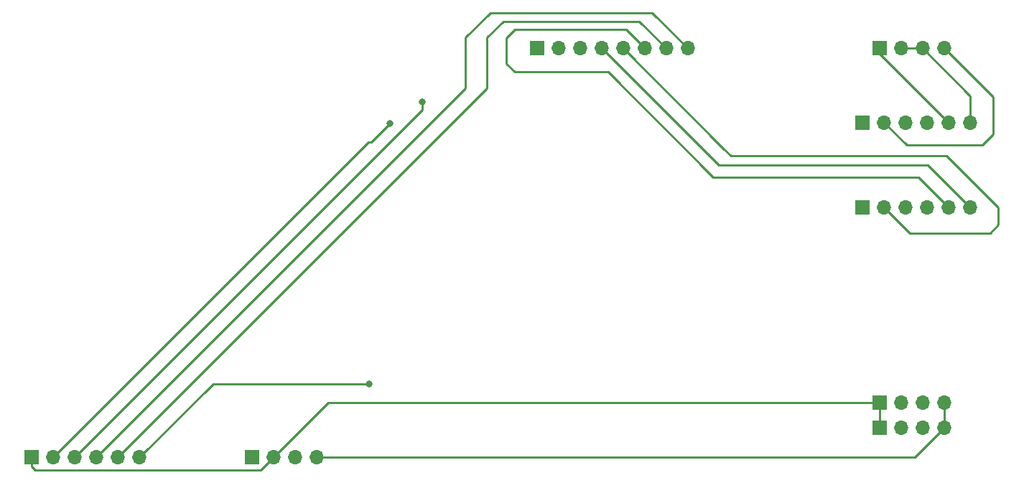
<source format=gbr>
G04 #@! TF.GenerationSoftware,KiCad,Pcbnew,(5.1.5-0)*
G04 #@! TF.CreationDate,2020-01-06T21:19:35-06:00*
G04 #@! TF.ProjectId,PCB,5043422e-6b69-4636-9164-5f7063625858,rev?*
G04 #@! TF.SameCoordinates,Original*
G04 #@! TF.FileFunction,Copper,L2,Bot*
G04 #@! TF.FilePolarity,Positive*
%FSLAX46Y46*%
G04 Gerber Fmt 4.6, Leading zero omitted, Abs format (unit mm)*
G04 Created by KiCad (PCBNEW (5.1.5-0)) date 2020-01-06 21:19:35*
%MOMM*%
%LPD*%
G04 APERTURE LIST*
%ADD10O,1.700000X1.700000*%
%ADD11R,1.700000X1.700000*%
%ADD12C,0.800000*%
%ADD13C,0.250000*%
G04 APERTURE END LIST*
D10*
X112700000Y-124460000D03*
X110160000Y-124460000D03*
X107620000Y-124460000D03*
X105080000Y-124460000D03*
X102540000Y-124460000D03*
D11*
X100000000Y-124460000D03*
D10*
X207620000Y-121000000D03*
X205080000Y-121000000D03*
X202540000Y-121000000D03*
D11*
X200000000Y-121000000D03*
D10*
X210700000Y-95000000D03*
X208160000Y-95000000D03*
X205620000Y-95000000D03*
X203080000Y-95000000D03*
X200540000Y-95000000D03*
D11*
X198000000Y-95000000D03*
D10*
X210700000Y-85000000D03*
X208160000Y-85000000D03*
X205620000Y-85000000D03*
X203080000Y-85000000D03*
X200540000Y-85000000D03*
D11*
X198000000Y-85000000D03*
D10*
X207620000Y-118000000D03*
X205080000Y-118000000D03*
X202540000Y-118000000D03*
D11*
X200000000Y-118000000D03*
D10*
X207620000Y-76200000D03*
X205080000Y-76200000D03*
X202540000Y-76200000D03*
D11*
X200000000Y-76200000D03*
D10*
X177370000Y-76200000D03*
X174830000Y-76200000D03*
X172290000Y-76200000D03*
X169750000Y-76200000D03*
X167210000Y-76200000D03*
X164670000Y-76200000D03*
X162130000Y-76200000D03*
D11*
X159590000Y-76200000D03*
D10*
X133620000Y-124460000D03*
X131080000Y-124460000D03*
X128540000Y-124460000D03*
D11*
X126000000Y-124460000D03*
D12*
X139770000Y-115770000D03*
X146050000Y-82550000D03*
X142240000Y-85090000D03*
D13*
X135000000Y-118000000D02*
X135000000Y-118000000D01*
X128540000Y-124460000D02*
X135000000Y-118000000D01*
X207620000Y-118000000D02*
X207620000Y-121000000D01*
X200000000Y-118000000D02*
X200000000Y-121000000D01*
X204160000Y-124460000D02*
X207620000Y-121000000D01*
X133620000Y-124460000D02*
X204160000Y-124460000D01*
X210700000Y-81820000D02*
X205080000Y-76200000D01*
X210700000Y-85000000D02*
X210700000Y-81820000D01*
X205080000Y-76200000D02*
X202540000Y-76200000D01*
X205700000Y-90000000D02*
X210700000Y-95000000D01*
X181000000Y-89990000D02*
X181000000Y-90000000D01*
X167210000Y-76200000D02*
X181000000Y-89990000D01*
X181000000Y-90000000D02*
X205700000Y-90000000D01*
X100000000Y-125560000D02*
X100000000Y-124460000D01*
X100440000Y-126000000D02*
X100000000Y-125560000D01*
X127000000Y-126000000D02*
X100440000Y-126000000D01*
X128540000Y-124460000D02*
X127000000Y-126000000D01*
X135000000Y-118000000D02*
X200000000Y-118000000D01*
X121390000Y-115770000D02*
X112700000Y-124460000D01*
X139770000Y-115770000D02*
X121390000Y-115770000D01*
X174830000Y-76200000D02*
X171630000Y-73000000D01*
X177370000Y-76200000D02*
X173170000Y-72000000D01*
X170090000Y-74000000D02*
X157000000Y-74000000D01*
X172290000Y-76200000D02*
X170090000Y-74000000D01*
X157000000Y-74000000D02*
X156000000Y-75000000D01*
X156000000Y-75000000D02*
X156000000Y-78000000D01*
X156000000Y-78000000D02*
X157000000Y-79000000D01*
X157000000Y-79000000D02*
X168000000Y-79000000D01*
X208160000Y-95000000D02*
X204600000Y-91440000D01*
X180440000Y-91440000D02*
X180390000Y-91390000D01*
X204600000Y-91440000D02*
X180440000Y-91440000D01*
X168000000Y-79000000D02*
X180390000Y-91390000D01*
X156870000Y-73000000D02*
X155600000Y-73000000D01*
X156870000Y-73000000D02*
X156000000Y-73000000D01*
X171630000Y-73000000D02*
X156870000Y-73000000D01*
X155600000Y-73000000D02*
X153670000Y-74930000D01*
X153670000Y-80950000D02*
X110160000Y-124460000D01*
X153670000Y-74930000D02*
X153670000Y-80950000D01*
X155820000Y-72000000D02*
X154060000Y-72000000D01*
X155820000Y-72000000D02*
X155000000Y-72000000D01*
X173170000Y-72000000D02*
X155820000Y-72000000D01*
X154060000Y-72000000D02*
X151130000Y-74930000D01*
X151130000Y-80950000D02*
X107620000Y-124460000D01*
X151130000Y-74930000D02*
X151130000Y-80950000D01*
X146050000Y-83490000D02*
X105080000Y-124460000D01*
X146050000Y-82550000D02*
X146050000Y-83490000D01*
X139700000Y-87300000D02*
X102540000Y-124460000D01*
X140030000Y-87300000D02*
X142240000Y-85090000D01*
X139700000Y-87300000D02*
X140030000Y-87300000D01*
X200000000Y-76840000D02*
X200000000Y-76200000D01*
X208160000Y-85000000D02*
X200000000Y-76840000D01*
X213360000Y-81940000D02*
X207620000Y-76200000D01*
X213360000Y-86360000D02*
X213360000Y-81940000D01*
X212090000Y-87630000D02*
X213360000Y-86360000D01*
X200540000Y-85000000D02*
X203170000Y-87630000D01*
X203170000Y-87630000D02*
X212090000Y-87630000D01*
X181550000Y-88000000D02*
X169750000Y-76200000D01*
X182450000Y-88900000D02*
X181550000Y-88000000D01*
X203540000Y-98000000D02*
X213000000Y-98000000D01*
X200540000Y-95000000D02*
X203540000Y-98000000D01*
X213000000Y-98000000D02*
X214000000Y-97000000D01*
X214000000Y-97000000D02*
X214000000Y-95000000D01*
X214000000Y-95000000D02*
X207900000Y-88900000D01*
X207900000Y-88900000D02*
X182450000Y-88900000D01*
M02*

</source>
